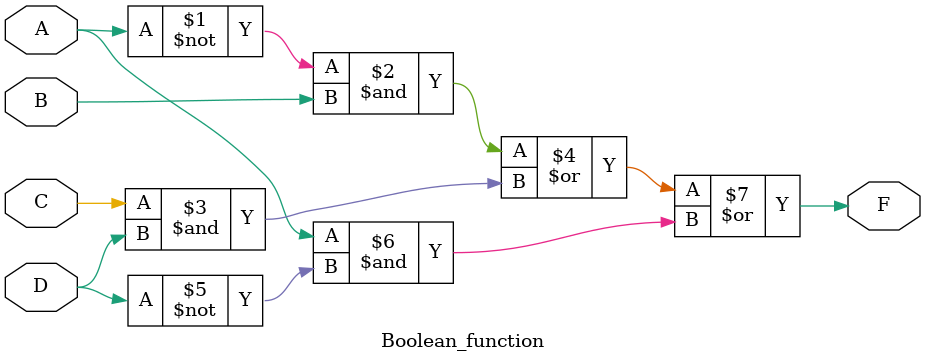
<source format=v>
module Boolean_function (
    input  wire A,
    input  wire B,
    input  wire C,
    input  wire D,
    output wire F
);

assign F = (~A & B) | (C & D) | (A & ~D);

endmodule


</source>
